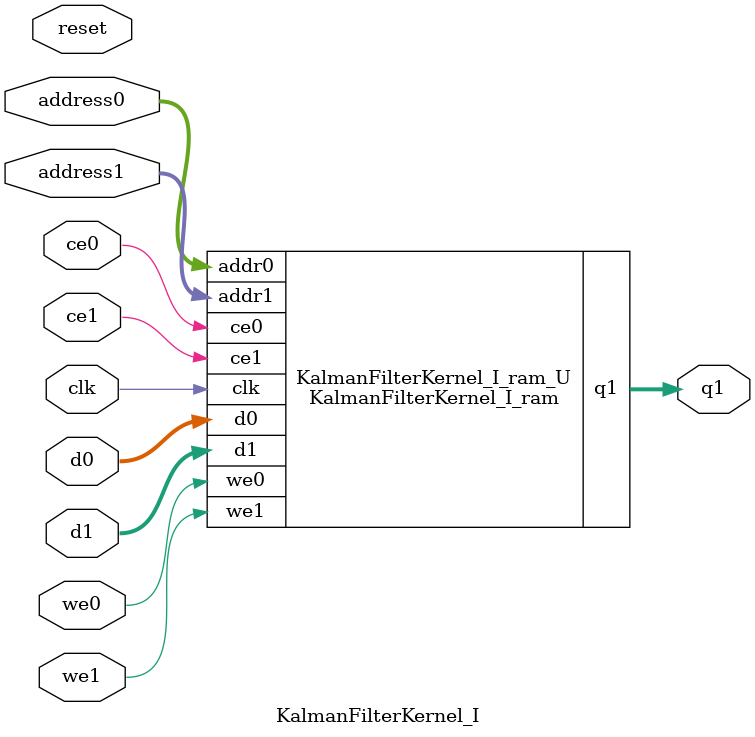
<source format=v>
`timescale 1 ns / 1 ps
module KalmanFilterKernel_I_ram (addr0, ce0, d0, we0, addr1, ce1, d1, we1, q1,  clk);

parameter DWIDTH = 32;
parameter AWIDTH = 6;
parameter MEM_SIZE = 36;

input[AWIDTH-1:0] addr0;
input ce0;
input[DWIDTH-1:0] d0;
input we0;
input[AWIDTH-1:0] addr1;
input ce1;
input[DWIDTH-1:0] d1;
input we1;
output reg[DWIDTH-1:0] q1;
input clk;

reg [DWIDTH-1:0] ram[0:MEM_SIZE-1];




always @(posedge clk)  
begin 
    if (ce0) begin
        if (we0) 
            ram[addr0] <= d0; 
    end
end


always @(posedge clk)  
begin 
    if (ce1) begin
        if (we1) 
            ram[addr1] <= d1; 
        q1 <= ram[addr1];
    end
end


endmodule

`timescale 1 ns / 1 ps
module KalmanFilterKernel_I(
    reset,
    clk,
    address0,
    ce0,
    we0,
    d0,
    address1,
    ce1,
    we1,
    d1,
    q1);

parameter DataWidth = 32'd32;
parameter AddressRange = 32'd36;
parameter AddressWidth = 32'd6;
input reset;
input clk;
input[AddressWidth - 1:0] address0;
input ce0;
input we0;
input[DataWidth - 1:0] d0;
input[AddressWidth - 1:0] address1;
input ce1;
input we1;
input[DataWidth - 1:0] d1;
output[DataWidth - 1:0] q1;



KalmanFilterKernel_I_ram KalmanFilterKernel_I_ram_U(
    .clk( clk ),
    .addr0( address0 ),
    .ce0( ce0 ),
    .we0( we0 ),
    .d0( d0 ),
    .addr1( address1 ),
    .ce1( ce1 ),
    .we1( we1 ),
    .d1( d1 ),
    .q1( q1 ));

endmodule


</source>
